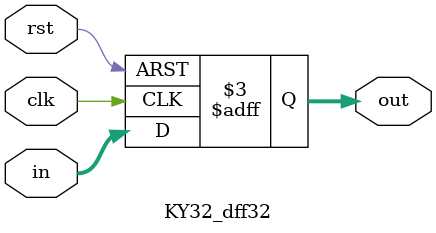
<source format=v>
`include "dlatch.v"

module KY32_dff_sync(
  output reg  q,
  input       in, clk, rst  
);
  always @ (posedge clk) begin
    if (!rst)  q <= 0;
    else       q <= in;
  end
endmodule

// with async reset
module KY32_dff(
  output reg  q,
  input       in, clk, rst 
);
  always @ (posedge clk or negedge rst) begin
    if (!rst)  q <= 0;
    else       q <= in;
  end
endmodule

module KY32_dffe(
  output reg  q,
  input       in, clk, rst,
  input       e         // enable control
);
  
  always @ (posedge clk or negedge rst) begin
    if (!rst)  q <= 0;
    else if (e) q <= in;
  end
endmodule

module KY32_dff32(
  output reg [31:0] out,
  input      [31:0] in,
  input             clk, rst
);
  always @ (posedge clk or negedge rst) begin
    if (!rst) out <= 32'd0;
    else      out <= in;
  end
endmodule

</source>
